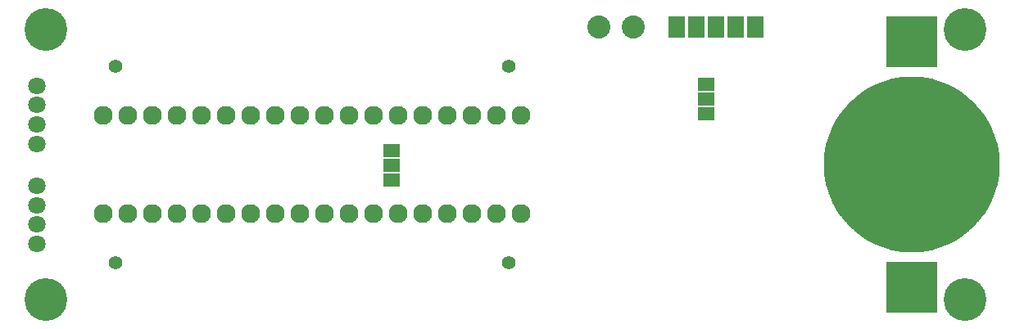
<source format=gbs>
G75*
%MOIN*%
%OFA0B0*%
%FSLAX25Y25*%
%IPPOS*%
%LPD*%
%AMOC8*
5,1,8,0,0,1.08239X$1,22.5*
%
%ADD10C,0.09400*%
%ADD11C,0.07700*%
%ADD12C,0.05524*%
%ADD13R,0.07100X0.05400*%
%ADD14R,0.16800X0.16800*%
%ADD15R,0.20800X0.20800*%
%ADD16C,0.00500*%
%ADD17C,0.07099*%
%ADD18R,0.06706X0.08674*%
%ADD19C,0.17398*%
D10*
X0270863Y0185293D03*
X0284642Y0185293D03*
D11*
X0238934Y0149128D03*
X0228934Y0149128D03*
X0218934Y0149128D03*
X0208934Y0149128D03*
X0198934Y0149128D03*
X0188934Y0149128D03*
X0178934Y0149128D03*
X0168934Y0149128D03*
X0158934Y0149128D03*
X0148934Y0149128D03*
X0138934Y0149128D03*
X0128934Y0149128D03*
X0118934Y0149128D03*
X0108934Y0149128D03*
X0098934Y0149128D03*
X0088934Y0149128D03*
X0078934Y0149128D03*
X0068934Y0149128D03*
X0068934Y0109128D03*
X0078934Y0109128D03*
X0088934Y0109128D03*
X0098934Y0109128D03*
X0108934Y0109128D03*
X0118934Y0109128D03*
X0128934Y0109128D03*
X0138934Y0109128D03*
X0148934Y0109128D03*
X0158934Y0109128D03*
X0168934Y0109128D03*
X0178934Y0109128D03*
X0188934Y0109128D03*
X0198934Y0109128D03*
X0208934Y0109128D03*
X0218934Y0109128D03*
X0228934Y0109128D03*
X0238934Y0109128D03*
D12*
X0233934Y0089128D03*
X0233934Y0169128D03*
X0073934Y0169128D03*
X0073934Y0089128D03*
D13*
X0186501Y0122805D03*
X0186501Y0128805D03*
X0186501Y0134805D03*
X0314422Y0149793D03*
X0314422Y0155793D03*
X0314422Y0161793D03*
D14*
X0398028Y0129159D03*
D15*
X0398028Y0179159D03*
X0398028Y0079159D03*
D16*
X0398028Y0093726D02*
X0394061Y0093949D01*
X0390144Y0094614D01*
X0386325Y0095714D01*
X0382654Y0097235D01*
X0379177Y0099157D01*
X0375936Y0101456D01*
X0372973Y0104104D01*
X0370326Y0107067D01*
X0368026Y0110308D01*
X0366104Y0113785D01*
X0364584Y0117456D01*
X0363484Y0121275D01*
X0362818Y0125192D01*
X0362595Y0129159D01*
X0362818Y0133126D01*
X0363484Y0137044D01*
X0364584Y0140862D01*
X0366104Y0144533D01*
X0368026Y0148011D01*
X0370326Y0151251D01*
X0372973Y0154214D01*
X0375936Y0156862D01*
X0379177Y0159161D01*
X0382654Y0161083D01*
X0386325Y0162604D01*
X0390144Y0163704D01*
X0394061Y0164369D01*
X0398028Y0164592D01*
X0401995Y0164369D01*
X0405913Y0163704D01*
X0409731Y0162604D01*
X0413402Y0161083D01*
X0416880Y0159161D01*
X0420120Y0156862D01*
X0423083Y0154214D01*
X0425731Y0151251D01*
X0428030Y0148011D01*
X0429952Y0144533D01*
X0431473Y0140862D01*
X0432573Y0137044D01*
X0433238Y0133126D01*
X0433461Y0129159D01*
X0433238Y0125192D01*
X0432573Y0121275D01*
X0431473Y0117456D01*
X0429952Y0113785D01*
X0428030Y0110308D01*
X0425731Y0107067D01*
X0423083Y0104104D01*
X0420120Y0101456D01*
X0416880Y0099157D01*
X0413402Y0097235D01*
X0409731Y0095714D01*
X0405913Y0094614D01*
X0401995Y0093949D01*
X0398028Y0093726D01*
X0392666Y0094186D02*
X0403390Y0094186D01*
X0406155Y0094684D02*
X0389901Y0094684D01*
X0388171Y0095183D02*
X0407886Y0095183D01*
X0409616Y0095681D02*
X0386440Y0095681D01*
X0385202Y0096180D02*
X0410855Y0096180D01*
X0412058Y0096678D02*
X0383998Y0096678D01*
X0382795Y0097177D02*
X0413262Y0097177D01*
X0414199Y0097675D02*
X0381858Y0097675D01*
X0380956Y0098174D02*
X0415101Y0098174D01*
X0416003Y0098672D02*
X0380054Y0098672D01*
X0379157Y0099171D02*
X0416899Y0099171D01*
X0417602Y0099669D02*
X0378455Y0099669D01*
X0377752Y0100168D02*
X0418304Y0100168D01*
X0419007Y0100666D02*
X0377049Y0100666D01*
X0376347Y0101165D02*
X0419710Y0101165D01*
X0420352Y0101663D02*
X0375704Y0101663D01*
X0375147Y0102162D02*
X0420910Y0102162D01*
X0421468Y0102660D02*
X0374589Y0102660D01*
X0374031Y0103159D02*
X0422026Y0103159D01*
X0422583Y0103658D02*
X0373473Y0103658D01*
X0372927Y0104156D02*
X0423130Y0104156D01*
X0423575Y0104655D02*
X0372481Y0104655D01*
X0372036Y0105153D02*
X0424021Y0105153D01*
X0424466Y0105652D02*
X0371590Y0105652D01*
X0371145Y0106150D02*
X0424912Y0106150D01*
X0425357Y0106649D02*
X0370699Y0106649D01*
X0370269Y0107147D02*
X0425788Y0107147D01*
X0426141Y0107646D02*
X0369915Y0107646D01*
X0369561Y0108144D02*
X0426495Y0108144D01*
X0426849Y0108643D02*
X0369208Y0108643D01*
X0368854Y0109141D02*
X0427203Y0109141D01*
X0427556Y0109640D02*
X0368500Y0109640D01*
X0368146Y0110138D02*
X0427910Y0110138D01*
X0428212Y0110637D02*
X0367844Y0110637D01*
X0367569Y0111135D02*
X0428488Y0111135D01*
X0428763Y0111634D02*
X0367293Y0111634D01*
X0367018Y0112132D02*
X0429039Y0112132D01*
X0429314Y0112631D02*
X0366742Y0112631D01*
X0366467Y0113129D02*
X0429590Y0113129D01*
X0429865Y0113628D02*
X0366191Y0113628D01*
X0365963Y0114126D02*
X0430094Y0114126D01*
X0430300Y0114625D02*
X0365756Y0114625D01*
X0365550Y0115123D02*
X0430507Y0115123D01*
X0430713Y0115622D02*
X0365343Y0115622D01*
X0365137Y0116120D02*
X0430919Y0116120D01*
X0431126Y0116619D02*
X0364930Y0116619D01*
X0364724Y0117117D02*
X0431332Y0117117D01*
X0431519Y0117616D02*
X0364538Y0117616D01*
X0364394Y0118114D02*
X0431662Y0118114D01*
X0431806Y0118613D02*
X0364250Y0118613D01*
X0364107Y0119111D02*
X0431950Y0119111D01*
X0432093Y0119610D02*
X0363963Y0119610D01*
X0363819Y0120108D02*
X0432237Y0120108D01*
X0432381Y0120607D02*
X0363676Y0120607D01*
X0363532Y0121105D02*
X0432524Y0121105D01*
X0432629Y0121604D02*
X0363428Y0121604D01*
X0363343Y0122102D02*
X0432714Y0122102D01*
X0432798Y0122601D02*
X0363258Y0122601D01*
X0363173Y0123099D02*
X0432883Y0123099D01*
X0432968Y0123598D02*
X0363089Y0123598D01*
X0363004Y0124096D02*
X0433052Y0124096D01*
X0433137Y0124595D02*
X0362919Y0124595D01*
X0362835Y0125094D02*
X0433222Y0125094D01*
X0433261Y0125592D02*
X0362795Y0125592D01*
X0362767Y0126091D02*
X0433289Y0126091D01*
X0433317Y0126589D02*
X0362739Y0126589D01*
X0362711Y0127088D02*
X0433345Y0127088D01*
X0433373Y0127586D02*
X0362683Y0127586D01*
X0362655Y0128085D02*
X0433401Y0128085D01*
X0433429Y0128583D02*
X0362627Y0128583D01*
X0362599Y0129082D02*
X0433457Y0129082D01*
X0433438Y0129580D02*
X0362619Y0129580D01*
X0362647Y0130079D02*
X0433410Y0130079D01*
X0433382Y0130577D02*
X0362675Y0130577D01*
X0362703Y0131076D02*
X0433354Y0131076D01*
X0433326Y0131574D02*
X0362731Y0131574D01*
X0362759Y0132073D02*
X0433298Y0132073D01*
X0433270Y0132571D02*
X0362787Y0132571D01*
X0362815Y0133070D02*
X0433242Y0133070D01*
X0433163Y0133568D02*
X0362893Y0133568D01*
X0362978Y0134067D02*
X0433079Y0134067D01*
X0432994Y0134565D02*
X0363062Y0134565D01*
X0363147Y0135064D02*
X0432909Y0135064D01*
X0432825Y0135562D02*
X0363232Y0135562D01*
X0363317Y0136061D02*
X0432740Y0136061D01*
X0432655Y0136559D02*
X0363401Y0136559D01*
X0363488Y0137058D02*
X0432569Y0137058D01*
X0432425Y0137556D02*
X0363631Y0137556D01*
X0363775Y0138055D02*
X0432282Y0138055D01*
X0432138Y0138553D02*
X0363918Y0138553D01*
X0364062Y0139052D02*
X0431994Y0139052D01*
X0431851Y0139550D02*
X0364206Y0139550D01*
X0364349Y0140049D02*
X0431707Y0140049D01*
X0431564Y0140547D02*
X0364493Y0140547D01*
X0364660Y0141046D02*
X0431397Y0141046D01*
X0431190Y0141544D02*
X0364866Y0141544D01*
X0365073Y0142043D02*
X0430984Y0142043D01*
X0430777Y0142541D02*
X0365279Y0142541D01*
X0365486Y0143040D02*
X0430571Y0143040D01*
X0430364Y0143538D02*
X0365692Y0143538D01*
X0365899Y0144037D02*
X0430158Y0144037D01*
X0429951Y0144535D02*
X0366105Y0144535D01*
X0366381Y0145034D02*
X0429675Y0145034D01*
X0429400Y0145532D02*
X0366657Y0145532D01*
X0366932Y0146031D02*
X0429124Y0146031D01*
X0428849Y0146529D02*
X0367208Y0146529D01*
X0367483Y0147028D02*
X0428573Y0147028D01*
X0428298Y0147527D02*
X0367759Y0147527D01*
X0368036Y0148025D02*
X0428020Y0148025D01*
X0427666Y0148524D02*
X0368390Y0148524D01*
X0368744Y0149022D02*
X0427313Y0149022D01*
X0426959Y0149521D02*
X0369098Y0149521D01*
X0369451Y0150019D02*
X0426605Y0150019D01*
X0426252Y0150518D02*
X0369805Y0150518D01*
X0370159Y0151016D02*
X0425898Y0151016D01*
X0425496Y0151515D02*
X0370561Y0151515D01*
X0371006Y0152013D02*
X0425050Y0152013D01*
X0424605Y0152512D02*
X0371452Y0152512D01*
X0371897Y0153010D02*
X0424159Y0153010D01*
X0423714Y0153509D02*
X0372343Y0153509D01*
X0372788Y0154007D02*
X0423268Y0154007D01*
X0422757Y0154506D02*
X0373300Y0154506D01*
X0373857Y0155004D02*
X0422199Y0155004D01*
X0421641Y0155503D02*
X0374415Y0155503D01*
X0374973Y0156001D02*
X0421083Y0156001D01*
X0420526Y0156500D02*
X0375531Y0156500D01*
X0376128Y0156998D02*
X0419928Y0156998D01*
X0419226Y0157497D02*
X0376831Y0157497D01*
X0377533Y0157995D02*
X0418523Y0157995D01*
X0417820Y0158494D02*
X0378236Y0158494D01*
X0378939Y0158992D02*
X0417118Y0158992D01*
X0416283Y0159491D02*
X0379773Y0159491D01*
X0380675Y0159989D02*
X0415381Y0159989D01*
X0414479Y0160488D02*
X0381577Y0160488D01*
X0382479Y0160986D02*
X0413577Y0160986D01*
X0412432Y0161485D02*
X0383624Y0161485D01*
X0384827Y0161983D02*
X0411229Y0161983D01*
X0410025Y0162482D02*
X0386031Y0162482D01*
X0387632Y0162980D02*
X0408424Y0162980D01*
X0406694Y0163479D02*
X0389363Y0163479D01*
X0391754Y0163977D02*
X0404303Y0163977D01*
X0400099Y0164476D02*
X0395957Y0164476D01*
D17*
X0041926Y0161222D03*
X0041926Y0153348D03*
X0041926Y0145474D03*
X0041926Y0137600D03*
X0041926Y0120403D03*
X0041926Y0112529D03*
X0041926Y0104655D03*
X0041926Y0096781D03*
D18*
X0302418Y0185293D03*
X0310418Y0185293D03*
X0318418Y0185293D03*
X0326418Y0185293D03*
X0334418Y0185293D03*
D19*
X0045666Y0074041D03*
X0045666Y0184277D03*
X0419646Y0184277D03*
X0419682Y0074041D03*
M02*

</source>
